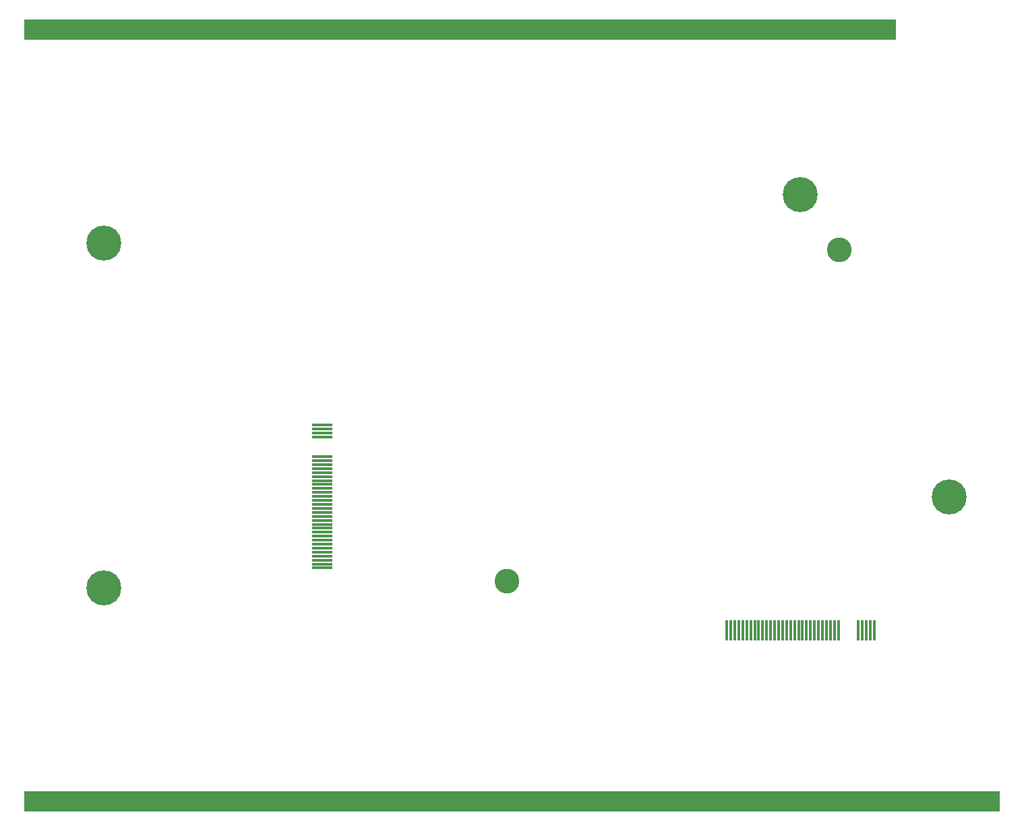
<source format=gbr>
%TF.GenerationSoftware,KiCad,Pcbnew,9.0.0*%
%TF.CreationDate,2025-04-16T12:15:50-04:00*%
%TF.ProjectId,Interposer_Board_JoneyTech,496e7465-7270-46f7-9365-725f426f6172,rev?*%
%TF.SameCoordinates,Original*%
%TF.FileFunction,Soldermask,Bot*%
%TF.FilePolarity,Negative*%
%FSLAX46Y46*%
G04 Gerber Fmt 4.6, Leading zero omitted, Abs format (unit mm)*
G04 Created by KiCad (PCBNEW 9.0.0) date 2025-04-16 12:15:50*
%MOMM*%
%LPD*%
G01*
G04 APERTURE LIST*
%ADD10R,2.500000X0.350000*%
%ADD11C,0.700000*%
%ADD12C,4.400000*%
%ADD13C,3.100000*%
%ADD14R,0.350000X2.500000*%
G04 APERTURE END LIST*
G36*
X69776100Y-20378600D02*
G01*
X179276100Y-20378600D01*
X179276100Y-22878600D01*
X69776100Y-22878600D01*
X69776100Y-20378600D01*
G37*
G36*
X69776100Y-117378600D02*
G01*
X192276100Y-117378600D01*
X192276100Y-119878600D01*
X69776100Y-119878600D01*
X69776100Y-117378600D01*
G37*
D10*
%TO.C,J1*%
X107188600Y-89303600D03*
X107188600Y-88803600D03*
X107188600Y-88303600D03*
X107188600Y-87803600D03*
X107188600Y-87303600D03*
X107188600Y-86803600D03*
X107188600Y-86303600D03*
X107188600Y-85803600D03*
X107188600Y-85303600D03*
X107188600Y-84803600D03*
X107188600Y-84303600D03*
X107188600Y-83803600D03*
X107188600Y-83303600D03*
X107188600Y-82803600D03*
X107188600Y-82303600D03*
X107188600Y-81803600D03*
X107188600Y-81303600D03*
X107188600Y-80803600D03*
X107188600Y-80303600D03*
X107188600Y-79803600D03*
X107188600Y-79303600D03*
X107188600Y-78803600D03*
X107188600Y-78303600D03*
X107188600Y-77803600D03*
X107188600Y-77303600D03*
X107188600Y-76803600D03*
X107188600Y-76303600D03*
X107188600Y-75803600D03*
X107188600Y-75303600D03*
X107188600Y-72803600D03*
X107188600Y-72303600D03*
X107188600Y-71803600D03*
X107188600Y-71303600D03*
%TD*%
D11*
%TO.C,H2*%
X165601100Y-42353600D03*
X166084374Y-41186874D03*
X166084374Y-43520326D03*
X167251100Y-40703600D03*
D12*
X167251100Y-42353600D03*
D11*
X167251100Y-44003600D03*
X168417826Y-41186874D03*
X168417826Y-43520326D03*
X168901100Y-42353600D03*
%TD*%
%TO.C,H4*%
X78126100Y-91778600D03*
X78609374Y-90611874D03*
X78609374Y-92945326D03*
X79776100Y-90128600D03*
D12*
X79776100Y-91778600D03*
D11*
X79776100Y-93428600D03*
X80942826Y-90611874D03*
X80942826Y-92945326D03*
X81426100Y-91778600D03*
%TD*%
%TO.C,H1*%
X184301100Y-80353600D03*
X184784374Y-79186874D03*
X184784374Y-81520326D03*
X185951100Y-78703600D03*
D12*
X185951100Y-80353600D03*
D11*
X185951100Y-82003600D03*
X187117826Y-79186874D03*
X187117826Y-81520326D03*
X187601100Y-80353600D03*
%TD*%
D13*
%TO.C,HS1*%
X130416100Y-90988600D03*
X172136100Y-49268600D03*
%TD*%
D11*
%TO.C,H3*%
X78126100Y-48478600D03*
X78609374Y-47311874D03*
X78609374Y-49645326D03*
X79776100Y-46828600D03*
D12*
X79776100Y-48478600D03*
D11*
X79776100Y-50128600D03*
X80942826Y-47311874D03*
X80942826Y-49645326D03*
X81426100Y-48478600D03*
%TD*%
D14*
%TO.C,J2*%
X158001100Y-97103600D03*
X158501100Y-97103600D03*
X159001100Y-97103600D03*
X159501100Y-97103600D03*
X160001100Y-97103600D03*
X160501100Y-97103600D03*
X161001100Y-97103600D03*
X161501100Y-97103600D03*
X162001100Y-97103600D03*
X162501100Y-97103600D03*
X163001100Y-97103600D03*
X163501100Y-97103600D03*
X164001100Y-97103600D03*
X164501100Y-97103600D03*
X165001100Y-97103600D03*
X165501100Y-97103600D03*
X166001100Y-97103600D03*
X166501100Y-97103600D03*
X167001100Y-97103600D03*
X167501100Y-97103600D03*
X168001100Y-97103600D03*
X168501100Y-97103600D03*
X169001100Y-97103600D03*
X169501100Y-97103600D03*
X170001100Y-97103600D03*
X170501100Y-97103600D03*
X171001100Y-97103600D03*
X171501100Y-97103600D03*
X172001100Y-97103600D03*
X174501100Y-97103600D03*
X175001100Y-97103600D03*
X175501100Y-97103600D03*
X176001100Y-97103600D03*
X176501100Y-97103600D03*
%TD*%
M02*

</source>
